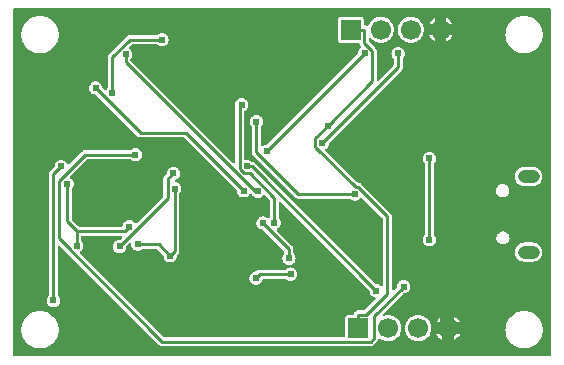
<source format=gbl>
G04 Layer: BottomLayer*
G04 EasyEDA v6.4.31, 2022-03-03 13:31:49*
G04 40e5de87a7664572b24e6dd0e93d503d,d021fe9ff0164b2b908f64b513dd86bf,10*
G04 Gerber Generator version 0.2*
G04 Scale: 100 percent, Rotated: No, Reflected: No *
G04 Dimensions in millimeters *
G04 leading zeros omitted , absolute positions ,4 integer and 5 decimal *
%FSLAX45Y45*%
%MOMM*%

%ADD10C,0.2540*%
%ADD16C,0.6100*%
%ADD32C,1.7000*%
%ADD33C,1.1000*%

%LPD*%
G36*
X736092Y3825900D02*
G01*
X732180Y3826662D01*
X728878Y3828897D01*
X726694Y3832199D01*
X725932Y3836060D01*
X725932Y6763918D01*
X726694Y6767830D01*
X728878Y6771131D01*
X732180Y6773316D01*
X736092Y6774078D01*
X5263946Y6774078D01*
X5267807Y6773316D01*
X5271109Y6771131D01*
X5273294Y6767830D01*
X5274106Y6763918D01*
X5274106Y3836060D01*
X5273294Y3832199D01*
X5271109Y3828897D01*
X5267807Y3826662D01*
X5263946Y3825900D01*
G37*

%LPC*%
G36*
X4243933Y6640169D02*
G01*
X4294530Y6640169D01*
X4294530Y6690715D01*
X4292092Y6689598D01*
X4279950Y6682231D01*
X4268825Y6673392D01*
X4258970Y6663181D01*
X4250486Y6651802D01*
G37*
G36*
X941425Y3891838D02*
G01*
X958596Y3891838D01*
X975614Y3893718D01*
X992378Y3897376D01*
X1008634Y3902862D01*
X1024178Y3910076D01*
X1038910Y3918915D01*
X1052576Y3929278D01*
X1065022Y3941064D01*
X1076096Y3954170D01*
X1085748Y3968343D01*
X1093774Y3983482D01*
X1100124Y3999433D01*
X1104696Y4015943D01*
X1107490Y4032859D01*
X1108405Y4049979D01*
X1107490Y4067149D01*
X1104696Y4084065D01*
X1100124Y4100576D01*
X1093774Y4116527D01*
X1085748Y4131665D01*
X1076096Y4145838D01*
X1065022Y4158945D01*
X1052576Y4170730D01*
X1038910Y4181094D01*
X1024178Y4189933D01*
X1008634Y4197146D01*
X992378Y4202633D01*
X975614Y4206290D01*
X958596Y4208170D01*
X941425Y4208170D01*
X924407Y4206290D01*
X907643Y4202633D01*
X891387Y4197146D01*
X875842Y4189933D01*
X861110Y4181094D01*
X847445Y4170730D01*
X834999Y4158945D01*
X823925Y4145838D01*
X814273Y4131665D01*
X806246Y4116527D01*
X799896Y4100576D01*
X795324Y4084065D01*
X792530Y4067149D01*
X791616Y4049979D01*
X792530Y4032859D01*
X795324Y4015943D01*
X799896Y3999433D01*
X806246Y3983482D01*
X814273Y3968343D01*
X823925Y3954170D01*
X834999Y3941064D01*
X847445Y3929278D01*
X861110Y3918915D01*
X875842Y3910076D01*
X891387Y3902862D01*
X907643Y3897376D01*
X924407Y3893718D01*
G37*
G36*
X1987448Y3912311D02*
G01*
X3750056Y3912311D01*
X3758082Y3913124D01*
X3765296Y3915308D01*
X3771950Y3918864D01*
X3778199Y3923995D01*
X3805428Y3951173D01*
X3810508Y3957421D01*
X3814064Y3964076D01*
X3816096Y3970680D01*
X3817924Y3974185D01*
X3820972Y3976674D01*
X3824732Y3977843D01*
X3828643Y3977487D01*
X3832148Y3975709D01*
X3835450Y3973068D01*
X3847592Y3965701D01*
X3860596Y3959910D01*
X3874211Y3955897D01*
X3888232Y3953611D01*
X3902456Y3953154D01*
X3916578Y3954526D01*
X3930446Y3957675D01*
X3943807Y3962603D01*
X3956405Y3969156D01*
X3968038Y3977284D01*
X3978554Y3986834D01*
X3987749Y3997655D01*
X3995521Y4009593D01*
X4001668Y4022394D01*
X4006138Y4035856D01*
X4008882Y4049826D01*
X4009796Y4064000D01*
X4008882Y4078173D01*
X4006138Y4092143D01*
X4001668Y4105605D01*
X3995521Y4118406D01*
X3987749Y4130344D01*
X3978554Y4141165D01*
X3968038Y4150715D01*
X3956405Y4158843D01*
X3943807Y4165396D01*
X3930446Y4170324D01*
X3916578Y4173474D01*
X3902456Y4174845D01*
X3888232Y4174388D01*
X3874211Y4172102D01*
X3863797Y4169003D01*
X3859326Y4168698D01*
X3855212Y4170324D01*
X3852164Y4173524D01*
X3850792Y4177792D01*
X3851300Y4182160D01*
X3853687Y4185920D01*
X4024833Y4357065D01*
X4027728Y4359046D01*
X4031132Y4359960D01*
X4039158Y4360672D01*
X4048658Y4363212D01*
X4057548Y4367377D01*
X4065574Y4373016D01*
X4072534Y4379976D01*
X4078173Y4388002D01*
X4082338Y4396892D01*
X4084878Y4406392D01*
X4085742Y4416196D01*
X4084878Y4426000D01*
X4082338Y4435500D01*
X4078173Y4444390D01*
X4072534Y4452416D01*
X4065574Y4459376D01*
X4057548Y4465015D01*
X4048658Y4469180D01*
X4039158Y4471720D01*
X4029354Y4472584D01*
X4019550Y4471720D01*
X4010050Y4469180D01*
X4001160Y4465015D01*
X3993134Y4459376D01*
X3986174Y4452416D01*
X3980535Y4444390D01*
X3976370Y4435500D01*
X3973829Y4426000D01*
X3973118Y4417923D01*
X3972204Y4414520D01*
X3970223Y4411624D01*
X3946448Y4387900D01*
X3943146Y4385665D01*
X3939286Y4384903D01*
X3935374Y4385665D01*
X3932072Y4387900D01*
X3929887Y4391152D01*
X3929126Y4395063D01*
X3929126Y5010404D01*
X3928313Y5018430D01*
X3926128Y5025694D01*
X3922572Y5032349D01*
X3917442Y5038598D01*
X3671163Y5284825D01*
X3664965Y5289956D01*
X3658311Y5293512D01*
X3651046Y5295696D01*
X3642918Y5296509D01*
X3639565Y5297424D01*
X3636772Y5299456D01*
X3369208Y5566968D01*
X3366820Y5570677D01*
X3366262Y5575046D01*
X3367582Y5579262D01*
X3370529Y5582513D01*
X3378504Y5588050D01*
X3385464Y5595010D01*
X3391103Y5603087D01*
X3395268Y5611977D01*
X3397808Y5621477D01*
X3398520Y5629503D01*
X3399434Y5632907D01*
X3401415Y5635802D01*
X4009745Y6244082D01*
X4014876Y6250330D01*
X4018432Y6256985D01*
X4020616Y6264249D01*
X4021429Y6272276D01*
X4021429Y6345174D01*
X4022191Y6349085D01*
X4024376Y6352387D01*
X4026001Y6353962D01*
X4031589Y6362039D01*
X4035755Y6370929D01*
X4038295Y6380429D01*
X4039158Y6390182D01*
X4038295Y6399987D01*
X4035755Y6409486D01*
X4031589Y6418376D01*
X4026001Y6426454D01*
X4019042Y6433413D01*
X4010964Y6439001D01*
X4002074Y6443167D01*
X3992575Y6445707D01*
X3982821Y6446570D01*
X3973017Y6445707D01*
X3963517Y6443167D01*
X3954627Y6439001D01*
X3946550Y6433413D01*
X3939590Y6426454D01*
X3934002Y6418376D01*
X3929837Y6409486D01*
X3927297Y6399987D01*
X3926433Y6390182D01*
X3927297Y6380429D01*
X3929837Y6370929D01*
X3934002Y6362039D01*
X3939590Y6353962D01*
X3941216Y6352387D01*
X3943400Y6349085D01*
X3944213Y6345174D01*
X3944213Y6291935D01*
X3943400Y6288074D01*
X3941216Y6284772D01*
X3819245Y6162802D01*
X3815943Y6160617D01*
X3812082Y6159804D01*
X3808171Y6160617D01*
X3804869Y6162802D01*
X3802684Y6166104D01*
X3801922Y6169964D01*
X3801922Y6408877D01*
X3801110Y6416903D01*
X3798925Y6424168D01*
X3795369Y6430822D01*
X3790238Y6437071D01*
X3735933Y6491376D01*
X3733698Y6494678D01*
X3732936Y6498539D01*
X3732936Y6512966D01*
X3733749Y6516878D01*
X3735933Y6520180D01*
X3739286Y6522415D01*
X3743198Y6523126D01*
X3747109Y6522313D01*
X3750411Y6520027D01*
X3760876Y6509207D01*
X3771950Y6500368D01*
X3784092Y6493002D01*
X3797096Y6487210D01*
X3810711Y6483197D01*
X3824732Y6480911D01*
X3838956Y6480454D01*
X3853078Y6481826D01*
X3866946Y6484975D01*
X3880307Y6489903D01*
X3892905Y6496456D01*
X3904538Y6504584D01*
X3915054Y6514134D01*
X3924249Y6524955D01*
X3932021Y6536893D01*
X3938168Y6549694D01*
X3942638Y6563156D01*
X3945382Y6577126D01*
X3946296Y6591300D01*
X3945382Y6605473D01*
X3942638Y6619443D01*
X3938168Y6632905D01*
X3932021Y6645706D01*
X3924249Y6657644D01*
X3915054Y6668465D01*
X3904538Y6678015D01*
X3892905Y6686143D01*
X3880307Y6692696D01*
X3866946Y6697624D01*
X3853078Y6700774D01*
X3838956Y6702145D01*
X3824732Y6701688D01*
X3810711Y6699402D01*
X3797096Y6695338D01*
X3784092Y6689598D01*
X3771950Y6682231D01*
X3760825Y6673392D01*
X3750970Y6663181D01*
X3742486Y6651802D01*
X3735476Y6639407D01*
X3730853Y6627977D01*
X3728465Y6624523D01*
X3724859Y6622288D01*
X3720693Y6621729D01*
X3716629Y6622897D01*
X3709111Y6626910D01*
X3697884Y6630162D01*
X3694937Y6632448D01*
X3693007Y6635597D01*
X3692296Y6639255D01*
X3692296Y6675729D01*
X3691585Y6682028D01*
X3689705Y6687515D01*
X3686606Y6692392D01*
X3682492Y6696506D01*
X3677615Y6699605D01*
X3672128Y6701485D01*
X3665829Y6702196D01*
X3496970Y6702196D01*
X3490671Y6701485D01*
X3485184Y6699605D01*
X3480308Y6696506D01*
X3476193Y6692392D01*
X3473094Y6687515D01*
X3471214Y6682028D01*
X3470503Y6675729D01*
X3470503Y6506870D01*
X3471214Y6500571D01*
X3473094Y6495084D01*
X3476193Y6490208D01*
X3480308Y6486093D01*
X3485184Y6482994D01*
X3490671Y6481114D01*
X3496970Y6480403D01*
X3646373Y6480403D01*
X3650030Y6479692D01*
X3653180Y6477762D01*
X3655415Y6474815D01*
X3658717Y6463588D01*
X3662273Y6456934D01*
X3667607Y6450431D01*
X3669537Y6446774D01*
X3669792Y6442608D01*
X3668420Y6438696D01*
X3665575Y6435699D01*
X3662273Y6433413D01*
X3655314Y6426454D01*
X3649726Y6418376D01*
X3645560Y6409486D01*
X3643020Y6399987D01*
X3642309Y6391960D01*
X3641394Y6388506D01*
X3639362Y6385661D01*
X2873806Y5620105D01*
X2870962Y5618073D01*
X2867507Y5617159D01*
X2859481Y5616448D01*
X2849981Y5613908D01*
X2841091Y5609742D01*
X2837942Y5607558D01*
X2833878Y5605881D01*
X2829458Y5606084D01*
X2825546Y5608116D01*
X2822905Y5611571D01*
X2821940Y5615889D01*
X2821940Y5767019D01*
X2822702Y5770880D01*
X2824937Y5774182D01*
X2826512Y5775756D01*
X2832100Y5783834D01*
X2836265Y5792724D01*
X2838805Y5802223D01*
X2839669Y5811977D01*
X2838805Y5821781D01*
X2836265Y5831281D01*
X2832100Y5840171D01*
X2826512Y5848248D01*
X2819552Y5855208D01*
X2811475Y5860796D01*
X2802585Y5864961D01*
X2793085Y5867501D01*
X2783281Y5868365D01*
X2773527Y5867501D01*
X2764028Y5864961D01*
X2755138Y5860796D01*
X2747060Y5855208D01*
X2740101Y5848248D01*
X2734513Y5840171D01*
X2730347Y5831281D01*
X2727807Y5821781D01*
X2726944Y5811977D01*
X2727807Y5802223D01*
X2730347Y5792724D01*
X2734513Y5783834D01*
X2740101Y5775756D01*
X2741726Y5774131D01*
X2743962Y5770829D01*
X2744724Y5766968D01*
X2744724Y5555538D01*
X2745536Y5547512D01*
X2747721Y5540298D01*
X2751277Y5533644D01*
X2756408Y5527395D01*
X3111398Y5172354D01*
X3117646Y5167274D01*
X3124301Y5163718D01*
X3131515Y5161483D01*
X3139541Y5160721D01*
X3574237Y5160721D01*
X3578148Y5159959D01*
X3581400Y5157724D01*
X3583025Y5156149D01*
X3591051Y5150510D01*
X3599942Y5146344D01*
X3609441Y5143804D01*
X3619246Y5142941D01*
X3629050Y5143804D01*
X3638550Y5146344D01*
X3647440Y5150510D01*
X3655466Y5156149D01*
X3662426Y5163108D01*
X3664254Y5165699D01*
X3667506Y5168696D01*
X3671671Y5170017D01*
X3676040Y5169408D01*
X3679748Y5167071D01*
X3848912Y4997907D01*
X3851097Y4994605D01*
X3851910Y4990744D01*
X3851910Y4430877D01*
X3851097Y4426966D01*
X3848912Y4423664D01*
X3845610Y4421479D01*
X3841750Y4420717D01*
X3837838Y4421479D01*
X3825494Y4430318D01*
X3816604Y4434484D01*
X3807104Y4437024D01*
X3799027Y4437735D01*
X3795623Y4438650D01*
X3792728Y4440631D01*
X2773273Y5460136D01*
X2767025Y5465216D01*
X2760370Y5468823D01*
X2753156Y5471007D01*
X2744622Y5471820D01*
X2741574Y5472633D01*
X2738932Y5474309D01*
X2736799Y5476189D01*
X2728468Y5481980D01*
X2719578Y5486146D01*
X2710078Y5488686D01*
X2700274Y5489549D01*
X2691333Y5488787D01*
X2687218Y5489295D01*
X2683611Y5491429D01*
X2681173Y5494782D01*
X2680309Y5498896D01*
X2680309Y5898134D01*
X2681020Y5901893D01*
X2683103Y5905093D01*
X2694533Y5913120D01*
X2701493Y5920079D01*
X2707132Y5928106D01*
X2711297Y5936996D01*
X2713837Y5946495D01*
X2714701Y5956300D01*
X2713837Y5966104D01*
X2711297Y5975604D01*
X2707132Y5984494D01*
X2701493Y5992520D01*
X2694533Y5999480D01*
X2686507Y6005118D01*
X2677617Y6009284D01*
X2668117Y6011824D01*
X2658313Y6012688D01*
X2648508Y6011824D01*
X2639009Y6009284D01*
X2630119Y6005118D01*
X2622092Y5999480D01*
X2615133Y5992520D01*
X2609494Y5984494D01*
X2605328Y5975604D01*
X2602788Y5966104D01*
X2601925Y5956300D01*
X2603347Y5941872D01*
X2603093Y5939180D01*
X2603093Y5468975D01*
X2602331Y5465114D01*
X2600096Y5461812D01*
X2596845Y5459628D01*
X2592933Y5458815D01*
X2589072Y5459628D01*
X2585770Y5461812D01*
X1718259Y6329324D01*
X1716074Y6332524D01*
X1715312Y6336334D01*
X1715973Y6340144D01*
X1718056Y6343446D01*
X1719783Y6345275D01*
X1725472Y6353454D01*
X1729638Y6362344D01*
X1732178Y6371844D01*
X1733042Y6381648D01*
X1732178Y6391452D01*
X1729638Y6400952D01*
X1725472Y6409842D01*
X1719884Y6417868D01*
X1712925Y6424828D01*
X1706321Y6429451D01*
X1703374Y6432702D01*
X1702054Y6436868D01*
X1702612Y6441236D01*
X1705000Y6444945D01*
X1725777Y6465773D01*
X1729079Y6467957D01*
X1732991Y6468719D01*
X1937664Y6468719D01*
X1941525Y6467957D01*
X1944827Y6465773D01*
X1946402Y6464147D01*
X1954479Y6458559D01*
X1963369Y6454394D01*
X1972868Y6451854D01*
X1982673Y6450990D01*
X1992426Y6451854D01*
X2001926Y6454394D01*
X2010816Y6458559D01*
X2018893Y6464147D01*
X2025853Y6471107D01*
X2031441Y6479184D01*
X2035606Y6488074D01*
X2038146Y6497574D01*
X2039010Y6507327D01*
X2038146Y6517131D01*
X2035606Y6526631D01*
X2031441Y6535521D01*
X2025853Y6543598D01*
X2018893Y6550558D01*
X2010816Y6556146D01*
X2001926Y6560312D01*
X1992426Y6562852D01*
X1982673Y6563715D01*
X1972868Y6562852D01*
X1963369Y6560312D01*
X1954479Y6556146D01*
X1946402Y6550558D01*
X1944827Y6548932D01*
X1941525Y6546748D01*
X1937613Y6545935D01*
X1713280Y6545935D01*
X1705254Y6545173D01*
X1698040Y6542989D01*
X1691335Y6539382D01*
X1685137Y6534302D01*
X1536446Y6385610D01*
X1531315Y6379362D01*
X1527759Y6372707D01*
X1525574Y6365443D01*
X1524762Y6357416D01*
X1524762Y6102197D01*
X1524000Y6098336D01*
X1521764Y6095034D01*
X1520190Y6093409D01*
X1514551Y6085382D01*
X1512824Y6081674D01*
X1510538Y6078575D01*
X1507286Y6076492D01*
X1503476Y6075832D01*
X1499666Y6076645D01*
X1496466Y6078829D01*
X1481429Y6093815D01*
X1479397Y6096711D01*
X1478483Y6100114D01*
X1477772Y6108192D01*
X1475232Y6117691D01*
X1471066Y6126581D01*
X1465478Y6134608D01*
X1458518Y6141567D01*
X1450441Y6147206D01*
X1441551Y6151372D01*
X1432052Y6153912D01*
X1422298Y6154775D01*
X1412494Y6153912D01*
X1402994Y6151372D01*
X1394104Y6147206D01*
X1386027Y6141567D01*
X1379067Y6134608D01*
X1373479Y6126581D01*
X1369314Y6117691D01*
X1366774Y6108192D01*
X1365910Y6098387D01*
X1366774Y6088583D01*
X1369314Y6079083D01*
X1373479Y6070193D01*
X1379067Y6062167D01*
X1386027Y6055207D01*
X1394104Y6049568D01*
X1402994Y6045403D01*
X1412494Y6042863D01*
X1420520Y6042152D01*
X1423924Y6041237D01*
X1426819Y6039256D01*
X1774240Y5691835D01*
X1780438Y5686704D01*
X1787143Y5683148D01*
X1794357Y5680964D01*
X1802384Y5680151D01*
X2163216Y5680151D01*
X2167077Y5679389D01*
X2170379Y5677204D01*
X2615539Y5232044D01*
X2617571Y5229148D01*
X2618486Y5225745D01*
X2619197Y5217718D01*
X2621737Y5208219D01*
X2625902Y5199329D01*
X2631490Y5191252D01*
X2638450Y5184292D01*
X2646527Y5178704D01*
X2655417Y5174538D01*
X2664917Y5171998D01*
X2674721Y5171135D01*
X2684475Y5171998D01*
X2693974Y5174538D01*
X2702864Y5178704D01*
X2710942Y5184292D01*
X2717901Y5191252D01*
X2722981Y5198516D01*
X2726232Y5201513D01*
X2730398Y5202834D01*
X2734767Y5202275D01*
X2738475Y5199888D01*
X2742641Y5195722D01*
X2748076Y5191252D01*
X2751886Y5186426D01*
X2758846Y5179466D01*
X2766923Y5173878D01*
X2775813Y5169712D01*
X2785313Y5167172D01*
X2795066Y5166309D01*
X2804871Y5167172D01*
X2814370Y5169712D01*
X2823260Y5173878D01*
X2831338Y5179466D01*
X2838297Y5186426D01*
X2840177Y5189118D01*
X2843428Y5192115D01*
X2847594Y5193436D01*
X2851962Y5192877D01*
X2855671Y5190490D01*
X2891688Y5154472D01*
X2893923Y5151170D01*
X2894685Y5147259D01*
X2894685Y5002276D01*
X2893923Y4998364D01*
X2891383Y4994757D01*
X2888081Y4992522D01*
X2884220Y4991760D01*
X2880309Y4992522D01*
X2877007Y4994757D01*
X2873451Y4998313D01*
X2865374Y5003952D01*
X2856484Y5008118D01*
X2846984Y5010658D01*
X2837230Y5011521D01*
X2827426Y5010658D01*
X2817926Y5008118D01*
X2809036Y5003952D01*
X2800959Y4998313D01*
X2794000Y4991354D01*
X2788412Y4983327D01*
X2784246Y4974437D01*
X2781706Y4964938D01*
X2780842Y4955133D01*
X2781706Y4945329D01*
X2784246Y4935829D01*
X2788412Y4926939D01*
X2794000Y4918913D01*
X2800959Y4911953D01*
X2809036Y4906314D01*
X2817926Y4902149D01*
X2827426Y4899609D01*
X2835452Y4898898D01*
X2838856Y4897983D01*
X2841752Y4896002D01*
X3016656Y4721098D01*
X3018840Y4717796D01*
X3019653Y4713884D01*
X3019653Y4700676D01*
X3018840Y4696764D01*
X3016656Y4693462D01*
X3015030Y4691888D01*
X3009442Y4683810D01*
X3005277Y4674920D01*
X3002737Y4665421D01*
X3001873Y4655616D01*
X3002737Y4645863D01*
X3005277Y4636363D01*
X3009442Y4627473D01*
X3015030Y4619396D01*
X3021990Y4612436D01*
X3030067Y4606848D01*
X3038957Y4602683D01*
X3048457Y4600143D01*
X3058261Y4599279D01*
X3068015Y4600143D01*
X3077514Y4602683D01*
X3086404Y4606848D01*
X3094482Y4612436D01*
X3101441Y4619396D01*
X3107029Y4627473D01*
X3111195Y4636363D01*
X3113735Y4645863D01*
X3114598Y4655616D01*
X3113735Y4665421D01*
X3111195Y4674920D01*
X3107029Y4683810D01*
X3101441Y4691888D01*
X3099816Y4693462D01*
X3097631Y4696764D01*
X3096869Y4700676D01*
X3096869Y4733594D01*
X3096056Y4741621D01*
X3093872Y4748834D01*
X3090316Y4755489D01*
X3085185Y4761738D01*
X2956052Y4890871D01*
X2953918Y4894072D01*
X2953105Y4897882D01*
X2953766Y4901692D01*
X2955848Y4904994D01*
X2958947Y4907229D01*
X2961487Y4908448D01*
X2969514Y4914036D01*
X2976473Y4920996D01*
X2982112Y4929073D01*
X2986278Y4937963D01*
X2988818Y4947462D01*
X2989681Y4957216D01*
X2988818Y4967020D01*
X2986278Y4976520D01*
X2982112Y4985410D01*
X2976473Y4993487D01*
X2974898Y4995062D01*
X2972663Y4998364D01*
X2971901Y5002276D01*
X2971901Y5127752D01*
X2972663Y5131663D01*
X2974898Y5134965D01*
X2978200Y5137150D01*
X2982061Y5137912D01*
X2985973Y5137150D01*
X2989224Y5134965D01*
X3738168Y4386072D01*
X3740150Y4383176D01*
X3741064Y4379772D01*
X3741775Y4371695D01*
X3744315Y4362196D01*
X3748481Y4353306D01*
X3754120Y4345279D01*
X3761079Y4338320D01*
X3769106Y4332681D01*
X3777996Y4328515D01*
X3784193Y4326890D01*
X3787952Y4324959D01*
X3790594Y4321657D01*
X3791712Y4317593D01*
X3791051Y4313428D01*
X3788765Y4309872D01*
X3697376Y4218482D01*
X3694074Y4216298D01*
X3690162Y4215536D01*
X3645408Y4215536D01*
X3637381Y4214723D01*
X3630168Y4212539D01*
X3623462Y4208983D01*
X3617620Y4204208D01*
X3612845Y4198315D01*
X3609289Y4191660D01*
X3605987Y4180484D01*
X3603751Y4177537D01*
X3600602Y4175607D01*
X3596944Y4174896D01*
X3560470Y4174896D01*
X3554171Y4174185D01*
X3548684Y4172305D01*
X3543808Y4169206D01*
X3539693Y4165092D01*
X3536594Y4160215D01*
X3534714Y4154728D01*
X3534003Y4148429D01*
X3534003Y3999687D01*
X3533241Y3995826D01*
X3531006Y3992524D01*
X3527704Y3990340D01*
X3523843Y3989527D01*
X2007158Y3989527D01*
X2003247Y3990340D01*
X1999945Y3992524D01*
X1291132Y4701336D01*
X1288796Y4705045D01*
X1288186Y4709414D01*
X1289507Y4713579D01*
X1292504Y4716830D01*
X1297686Y4720437D01*
X1304645Y4727397D01*
X1310233Y4735474D01*
X1314399Y4744364D01*
X1316939Y4753864D01*
X1317802Y4763617D01*
X1316939Y4773422D01*
X1314399Y4782921D01*
X1310233Y4791811D01*
X1304645Y4799888D01*
X1303020Y4801463D01*
X1300835Y4804765D01*
X1300073Y4808677D01*
X1300073Y4837125D01*
X1300835Y4840986D01*
X1303020Y4844288D01*
X1306322Y4846523D01*
X1310233Y4847285D01*
X1636776Y4847285D01*
X1640687Y4846523D01*
X1643989Y4844288D01*
X1646174Y4840986D01*
X1646936Y4837125D01*
X1646174Y4833213D01*
X1643989Y4829911D01*
X1628698Y4814620D01*
X1625803Y4812639D01*
X1622399Y4811725D01*
X1614322Y4811014D01*
X1604822Y4808474D01*
X1595932Y4804308D01*
X1587906Y4798669D01*
X1580946Y4791710D01*
X1575308Y4783683D01*
X1571142Y4774793D01*
X1568602Y4765294D01*
X1567738Y4755489D01*
X1568602Y4745685D01*
X1571142Y4736185D01*
X1575308Y4727295D01*
X1580946Y4719269D01*
X1587906Y4712309D01*
X1595932Y4706670D01*
X1604822Y4702505D01*
X1614322Y4699965D01*
X1624126Y4699101D01*
X1633931Y4699965D01*
X1643430Y4702505D01*
X1652320Y4706670D01*
X1660347Y4712309D01*
X1667306Y4719269D01*
X1672945Y4727295D01*
X1677111Y4736185D01*
X1679651Y4745685D01*
X1680362Y4753711D01*
X1681276Y4757115D01*
X1683257Y4760010D01*
X1704339Y4781092D01*
X1707540Y4783277D01*
X1711248Y4784090D01*
X1715007Y4783480D01*
X1718310Y4781499D01*
X1720646Y4778502D01*
X1721662Y4774793D01*
X1722475Y4765395D01*
X1725015Y4755896D01*
X1729181Y4747006D01*
X1734820Y4738979D01*
X1741779Y4732020D01*
X1749806Y4726381D01*
X1758696Y4722215D01*
X1768195Y4719675D01*
X1778000Y4718812D01*
X1787804Y4719675D01*
X1797304Y4722215D01*
X1806193Y4726381D01*
X1814220Y4732020D01*
X1815846Y4733594D01*
X1819148Y4735830D01*
X1823008Y4736592D01*
X1934108Y4736592D01*
X1937969Y4735830D01*
X1941271Y4733594D01*
X1993544Y4681321D01*
X1995576Y4678426D01*
X1996490Y4675022D01*
X1997202Y4666996D01*
X1999742Y4657496D01*
X2003907Y4648606D01*
X2009495Y4640580D01*
X2016455Y4633620D01*
X2024532Y4627981D01*
X2033422Y4623816D01*
X2042922Y4621276D01*
X2052675Y4620412D01*
X2062480Y4621276D01*
X2071979Y4623816D01*
X2080869Y4627981D01*
X2088946Y4633620D01*
X2095906Y4640580D01*
X2101494Y4648606D01*
X2105660Y4657496D01*
X2108200Y4666996D01*
X2108911Y4675022D01*
X2109825Y4678426D01*
X2111857Y4681321D01*
X2118156Y4687620D01*
X2123236Y4693869D01*
X2126792Y4700524D01*
X2129028Y4707737D01*
X2129790Y4715764D01*
X2129790Y5200751D01*
X2130552Y5204663D01*
X2132787Y5207965D01*
X2134362Y5209540D01*
X2140000Y5217617D01*
X2144166Y5226507D01*
X2146706Y5236006D01*
X2147570Y5245760D01*
X2146706Y5255564D01*
X2144166Y5265064D01*
X2140000Y5273954D01*
X2134362Y5282031D01*
X2127402Y5288991D01*
X2119376Y5294579D01*
X2110486Y5298744D01*
X2099157Y5301792D01*
X2095601Y5303723D01*
X2093061Y5306923D01*
X2091994Y5310835D01*
X2092553Y5314848D01*
X2094585Y5318302D01*
X2097836Y5320741D01*
X2107539Y5325262D01*
X2115616Y5330901D01*
X2122576Y5337860D01*
X2128164Y5345887D01*
X2132330Y5354777D01*
X2134870Y5364276D01*
X2135733Y5374081D01*
X2134870Y5383885D01*
X2132330Y5393385D01*
X2128164Y5402275D01*
X2122576Y5410301D01*
X2115616Y5417261D01*
X2107539Y5422900D01*
X2098649Y5427065D01*
X2089150Y5429605D01*
X2079396Y5430469D01*
X2069592Y5429605D01*
X2060092Y5427065D01*
X2051202Y5422900D01*
X2043125Y5417261D01*
X2036165Y5410301D01*
X2030577Y5402275D01*
X2026412Y5393385D01*
X2023872Y5383885D01*
X2023160Y5375808D01*
X2022246Y5372404D01*
X2020214Y5369509D01*
X2005685Y5354980D01*
X2000554Y5348732D01*
X1996998Y5342077D01*
X1994814Y5334812D01*
X1994001Y5326786D01*
X1994001Y5184140D01*
X1993239Y5180279D01*
X1991004Y5176977D01*
X1767890Y4953863D01*
X1764182Y4951476D01*
X1759813Y4950917D01*
X1755648Y4952238D01*
X1752396Y4955184D01*
X1749704Y4959096D01*
X1742744Y4966055D01*
X1734667Y4971643D01*
X1725777Y4975809D01*
X1716278Y4978349D01*
X1706524Y4979212D01*
X1696720Y4978349D01*
X1687220Y4975809D01*
X1678330Y4971643D01*
X1670253Y4966055D01*
X1663293Y4959096D01*
X1657705Y4951018D01*
X1653539Y4942128D01*
X1650796Y4932019D01*
X1648764Y4928108D01*
X1645310Y4925466D01*
X1640992Y4924501D01*
X1281633Y4924501D01*
X1277772Y4925263D01*
X1274470Y4927447D01*
X1220571Y4981397D01*
X1218336Y4984648D01*
X1217574Y4988560D01*
X1217574Y5241594D01*
X1218336Y5245455D01*
X1220571Y5248757D01*
X1222146Y5250383D01*
X1227785Y5258409D01*
X1231950Y5267299D01*
X1234490Y5276799D01*
X1235354Y5286603D01*
X1234490Y5296408D01*
X1231950Y5305907D01*
X1227785Y5314797D01*
X1222146Y5322824D01*
X1215186Y5329783D01*
X1207008Y5335524D01*
X1204061Y5338775D01*
X1202740Y5342940D01*
X1203299Y5347309D01*
X1205687Y5351018D01*
X1345844Y5491226D01*
X1349146Y5493410D01*
X1353058Y5494172D01*
X1713484Y5494172D01*
X1717395Y5493410D01*
X1720646Y5491226D01*
X1722272Y5489600D01*
X1730298Y5484012D01*
X1739188Y5479846D01*
X1748688Y5477306D01*
X1758492Y5476443D01*
X1768297Y5477306D01*
X1777796Y5479846D01*
X1786686Y5484012D01*
X1794713Y5489600D01*
X1801672Y5496560D01*
X1807311Y5504637D01*
X1811477Y5513527D01*
X1814017Y5523026D01*
X1814880Y5532780D01*
X1814017Y5542584D01*
X1811477Y5552084D01*
X1807311Y5560974D01*
X1801672Y5569051D01*
X1794713Y5576011D01*
X1786686Y5581599D01*
X1777796Y5585764D01*
X1768297Y5588304D01*
X1758492Y5589168D01*
X1748688Y5588304D01*
X1739188Y5585764D01*
X1730298Y5581599D01*
X1722272Y5576011D01*
X1720646Y5574385D01*
X1717344Y5572201D01*
X1713484Y5571388D01*
X1333347Y5571388D01*
X1325321Y5570626D01*
X1318107Y5568442D01*
X1311402Y5564835D01*
X1305204Y5559755D01*
X1197762Y5452313D01*
X1194562Y5450179D01*
X1190752Y5449366D01*
X1186942Y5450027D01*
X1183640Y5452059D01*
X1181354Y5455208D01*
X1178661Y5461000D01*
X1173073Y5469026D01*
X1166114Y5475986D01*
X1158036Y5481624D01*
X1149146Y5485790D01*
X1139647Y5488330D01*
X1129893Y5489194D01*
X1120089Y5488330D01*
X1110589Y5485790D01*
X1101699Y5481624D01*
X1093622Y5475986D01*
X1086662Y5469026D01*
X1081074Y5461000D01*
X1076909Y5452110D01*
X1074369Y5442610D01*
X1073658Y5434533D01*
X1072743Y5431129D01*
X1070711Y5428234D01*
X1038098Y5395620D01*
X1032967Y5389372D01*
X1029411Y5382717D01*
X1027226Y5375452D01*
X1026414Y5367426D01*
X1026414Y4343552D01*
X1025652Y4339691D01*
X1023416Y4336389D01*
X1021842Y4334764D01*
X1016203Y4326737D01*
X1012037Y4317847D01*
X1009497Y4308348D01*
X1008634Y4298543D01*
X1009497Y4288739D01*
X1012037Y4279239D01*
X1016203Y4270349D01*
X1021842Y4262323D01*
X1028801Y4255363D01*
X1036828Y4249724D01*
X1045718Y4245559D01*
X1055217Y4243019D01*
X1065022Y4242155D01*
X1074826Y4243019D01*
X1084326Y4245559D01*
X1093216Y4249724D01*
X1101242Y4255363D01*
X1108202Y4262323D01*
X1113840Y4270349D01*
X1118006Y4279239D01*
X1120546Y4288739D01*
X1121410Y4298543D01*
X1120546Y4308348D01*
X1118006Y4317847D01*
X1113840Y4326737D01*
X1108202Y4334764D01*
X1106627Y4336389D01*
X1104392Y4339691D01*
X1103630Y4343552D01*
X1103630Y4755134D01*
X1104392Y4758994D01*
X1106627Y4762296D01*
X1109929Y4764481D01*
X1113790Y4765294D01*
X1117701Y4764481D01*
X1120952Y4762296D01*
X1959305Y3923995D01*
X1965502Y3918864D01*
X1972208Y3915308D01*
X1979422Y3913124D01*
G37*
G36*
X4156456Y3953154D02*
G01*
X4170578Y3954526D01*
X4184446Y3957675D01*
X4197807Y3962603D01*
X4210405Y3969156D01*
X4222038Y3977284D01*
X4232554Y3986834D01*
X4241749Y3997655D01*
X4249521Y4009593D01*
X4255668Y4022394D01*
X4260138Y4035856D01*
X4262882Y4049826D01*
X4263796Y4064000D01*
X4262882Y4078173D01*
X4260138Y4092143D01*
X4255668Y4105605D01*
X4249521Y4118406D01*
X4241749Y4130344D01*
X4232554Y4141165D01*
X4222038Y4150715D01*
X4210405Y4158843D01*
X4197807Y4165396D01*
X4184446Y4170324D01*
X4170578Y4173474D01*
X4156456Y4174845D01*
X4142232Y4174388D01*
X4128211Y4172102D01*
X4114596Y4168038D01*
X4101592Y4162298D01*
X4089450Y4154932D01*
X4078325Y4146092D01*
X4068470Y4135882D01*
X4059986Y4124502D01*
X4052976Y4112107D01*
X4047642Y4098950D01*
X4044035Y4085183D01*
X4042257Y4071112D01*
X4042257Y4056887D01*
X4044035Y4042816D01*
X4047642Y4029049D01*
X4052976Y4015892D01*
X4059986Y4003497D01*
X4068470Y3992118D01*
X4078325Y3981907D01*
X4089450Y3973068D01*
X4101592Y3965701D01*
X4114596Y3959910D01*
X4128211Y3955897D01*
X4142232Y3953611D01*
G37*
G36*
X4392269Y6640169D02*
G01*
X4442714Y6640169D01*
X4440021Y6645706D01*
X4432249Y6657644D01*
X4423054Y6668465D01*
X4412538Y6678015D01*
X4400905Y6686143D01*
X4392269Y6690614D01*
G37*
G36*
X4358030Y3964584D02*
G01*
X4358030Y4015130D01*
X4307433Y4015130D01*
X4313986Y4003497D01*
X4322470Y3992118D01*
X4332325Y3981907D01*
X4343450Y3973068D01*
X4355592Y3965701D01*
G37*
G36*
X4455769Y3964686D02*
G01*
X4464405Y3969156D01*
X4476038Y3977284D01*
X4486554Y3986834D01*
X4495749Y3997655D01*
X4503521Y4009593D01*
X4506214Y4015130D01*
X4455769Y4015130D01*
G37*
G36*
X4392269Y6491986D02*
G01*
X4400905Y6496456D01*
X4412538Y6504584D01*
X4423054Y6514134D01*
X4432249Y6524955D01*
X4440021Y6536893D01*
X4442714Y6542430D01*
X4392269Y6542430D01*
G37*
G36*
X4455769Y4112869D02*
G01*
X4506214Y4112869D01*
X4503521Y4118406D01*
X4495749Y4130344D01*
X4486554Y4141165D01*
X4476038Y4150715D01*
X4464405Y4158843D01*
X4455769Y4163314D01*
G37*
G36*
X4307433Y4112869D02*
G01*
X4358030Y4112869D01*
X4358030Y4163415D01*
X4355592Y4162298D01*
X4343450Y4154932D01*
X4332325Y4146092D01*
X4322470Y4135882D01*
X4313986Y4124502D01*
G37*
G36*
X4294530Y6491884D02*
G01*
X4294530Y6542430D01*
X4243933Y6542430D01*
X4250486Y6530797D01*
X4258970Y6519418D01*
X4268825Y6509207D01*
X4279950Y6500368D01*
X4292092Y6493002D01*
G37*
G36*
X4092956Y6480454D02*
G01*
X4107078Y6481826D01*
X4120946Y6484975D01*
X4134307Y6489903D01*
X4146905Y6496456D01*
X4158538Y6504584D01*
X4169054Y6514134D01*
X4178249Y6524955D01*
X4186021Y6536893D01*
X4192168Y6549694D01*
X4196638Y6563156D01*
X4199382Y6577126D01*
X4200296Y6591300D01*
X4199382Y6605473D01*
X4196638Y6619443D01*
X4192168Y6632905D01*
X4186021Y6645706D01*
X4178249Y6657644D01*
X4169054Y6668465D01*
X4158538Y6678015D01*
X4146905Y6686143D01*
X4134307Y6692696D01*
X4120946Y6697624D01*
X4107078Y6700774D01*
X4092956Y6702145D01*
X4078732Y6701688D01*
X4064711Y6699402D01*
X4051096Y6695338D01*
X4038092Y6689598D01*
X4025950Y6682231D01*
X4014825Y6673392D01*
X4004970Y6663181D01*
X3996486Y6651802D01*
X3989476Y6639407D01*
X3984142Y6626250D01*
X3980535Y6612483D01*
X3978757Y6598412D01*
X3978757Y6584188D01*
X3980535Y6570116D01*
X3984142Y6556349D01*
X3989476Y6543192D01*
X3996486Y6530797D01*
X4004970Y6519418D01*
X4014825Y6509207D01*
X4025950Y6500368D01*
X4038092Y6493002D01*
X4051096Y6487210D01*
X4064711Y6483197D01*
X4078732Y6480911D01*
G37*
G36*
X941425Y6391859D02*
G01*
X958596Y6391859D01*
X975614Y6393688D01*
X992378Y6397396D01*
X1008634Y6402832D01*
X1024178Y6410045D01*
X1038910Y6418884D01*
X1052576Y6429298D01*
X1065022Y6441084D01*
X1076096Y6454140D01*
X1085748Y6468364D01*
X1093774Y6483502D01*
X1100124Y6499402D01*
X1104696Y6515963D01*
X1107490Y6532880D01*
X1108405Y6549999D01*
X1107490Y6567119D01*
X1104696Y6584035D01*
X1100124Y6600596D01*
X1093774Y6616496D01*
X1085748Y6631635D01*
X1076096Y6645859D01*
X1065022Y6658914D01*
X1052576Y6670700D01*
X1038910Y6681114D01*
X1024178Y6689953D01*
X1008634Y6697167D01*
X992378Y6702602D01*
X975614Y6706311D01*
X958596Y6708140D01*
X941425Y6708140D01*
X924407Y6706311D01*
X907643Y6702602D01*
X891387Y6697167D01*
X875842Y6689953D01*
X861110Y6681114D01*
X847445Y6670700D01*
X834999Y6658914D01*
X823925Y6645859D01*
X814273Y6631635D01*
X806246Y6616496D01*
X799896Y6600596D01*
X795324Y6584035D01*
X792530Y6567119D01*
X791616Y6549999D01*
X792530Y6532880D01*
X795324Y6515963D01*
X799896Y6499402D01*
X806246Y6483502D01*
X814273Y6468364D01*
X823925Y6454140D01*
X834999Y6441084D01*
X847445Y6429298D01*
X861110Y6418884D01*
X875842Y6410045D01*
X891387Y6402832D01*
X907643Y6397396D01*
X924407Y6393688D01*
G37*
G36*
X5041442Y6391859D02*
G01*
X5058562Y6391859D01*
X5075631Y6393688D01*
X5092395Y6397396D01*
X5108651Y6402832D01*
X5124196Y6410045D01*
X5138877Y6418884D01*
X5152542Y6429298D01*
X5164988Y6441084D01*
X5176113Y6454140D01*
X5185714Y6468364D01*
X5193741Y6483502D01*
X5200091Y6499402D01*
X5204714Y6515963D01*
X5207457Y6532880D01*
X5208371Y6549999D01*
X5207457Y6567119D01*
X5204714Y6584035D01*
X5200091Y6600596D01*
X5193741Y6616496D01*
X5185714Y6631635D01*
X5176113Y6645859D01*
X5164988Y6658914D01*
X5152542Y6670700D01*
X5138877Y6681114D01*
X5124196Y6689953D01*
X5108651Y6697167D01*
X5092395Y6702602D01*
X5075631Y6706311D01*
X5058562Y6708140D01*
X5041442Y6708140D01*
X5024374Y6706311D01*
X5007610Y6702602D01*
X4991354Y6697167D01*
X4975809Y6689953D01*
X4961128Y6681114D01*
X4947462Y6670700D01*
X4935016Y6658914D01*
X4923891Y6645859D01*
X4914290Y6631635D01*
X4906264Y6616496D01*
X4899914Y6600596D01*
X4895291Y6584035D01*
X4892548Y6567119D01*
X4891633Y6549999D01*
X4892548Y6532880D01*
X4895291Y6515963D01*
X4899914Y6499402D01*
X4906264Y6483502D01*
X4914290Y6468364D01*
X4923891Y6454140D01*
X4935016Y6441084D01*
X4947462Y6429298D01*
X4961128Y6418884D01*
X4975809Y6410045D01*
X4991354Y6402832D01*
X5007610Y6397396D01*
X5024374Y6393688D01*
G37*
G36*
X2779522Y4432706D02*
G01*
X2789275Y4433570D01*
X2798775Y4436110D01*
X2807665Y4440275D01*
X2815742Y4445914D01*
X2822702Y4452874D01*
X2828290Y4460900D01*
X2832455Y4469790D01*
X2833979Y4475429D01*
X2836011Y4479340D01*
X2839516Y4482033D01*
X2843784Y4482947D01*
X3027781Y4482947D01*
X3031693Y4482185D01*
X3034944Y4480001D01*
X3036570Y4478375D01*
X3044596Y4472787D01*
X3053486Y4468622D01*
X3062986Y4466082D01*
X3072790Y4465218D01*
X3082594Y4466082D01*
X3092094Y4468622D01*
X3100984Y4472787D01*
X3109010Y4478375D01*
X3115970Y4485335D01*
X3121609Y4493412D01*
X3125774Y4502302D01*
X3128314Y4511802D01*
X3129178Y4521555D01*
X3128314Y4531360D01*
X3125774Y4540859D01*
X3121609Y4549749D01*
X3115970Y4557826D01*
X3109010Y4564786D01*
X3100984Y4570374D01*
X3092094Y4574540D01*
X3082594Y4577080D01*
X3072790Y4577943D01*
X3062986Y4577080D01*
X3053486Y4574540D01*
X3044596Y4570374D01*
X3036570Y4564786D01*
X3034944Y4563160D01*
X3031642Y4560976D01*
X3027781Y4560163D01*
X2812491Y4560163D01*
X2804464Y4559401D01*
X2797251Y4557217D01*
X2790596Y4553661D01*
X2783382Y4547616D01*
X2780741Y4546041D01*
X2777744Y4545330D01*
X2769717Y4544618D01*
X2760218Y4542078D01*
X2751328Y4537913D01*
X2743250Y4532274D01*
X2736291Y4525314D01*
X2730703Y4517288D01*
X2726537Y4508398D01*
X2723997Y4498898D01*
X2723134Y4489094D01*
X2723997Y4479290D01*
X2726537Y4469790D01*
X2730703Y4460900D01*
X2736291Y4452874D01*
X2743250Y4445914D01*
X2751328Y4440275D01*
X2760218Y4436110D01*
X2769717Y4433570D01*
G37*
G36*
X5052872Y5268315D02*
G01*
X5122164Y5268315D01*
X5134000Y5269128D01*
X5145278Y5271617D01*
X5156098Y5275630D01*
X5166207Y5281168D01*
X5175453Y5288076D01*
X5183632Y5296255D01*
X5190540Y5305450D01*
X5196078Y5315610D01*
X5200091Y5326430D01*
X5202580Y5337708D01*
X5203393Y5349189D01*
X5202580Y5360720D01*
X5200091Y5371998D01*
X5196078Y5382818D01*
X5190540Y5392928D01*
X5183632Y5402173D01*
X5175453Y5410352D01*
X5166207Y5417261D01*
X5156098Y5422798D01*
X5145278Y5426811D01*
X5134000Y5429250D01*
X5122164Y5430113D01*
X5052872Y5430113D01*
X5040985Y5429250D01*
X5029708Y5426811D01*
X5018887Y5422798D01*
X5008778Y5417261D01*
X4999532Y5410352D01*
X4991354Y5402173D01*
X4984445Y5392928D01*
X4978908Y5382818D01*
X4974894Y5371998D01*
X4972456Y5360720D01*
X4971643Y5349189D01*
X4972456Y5337708D01*
X4974894Y5326430D01*
X4978908Y5315610D01*
X4984445Y5305450D01*
X4991354Y5296255D01*
X4999532Y5288076D01*
X5008778Y5281168D01*
X5018887Y5275630D01*
X5029708Y5271617D01*
X5040985Y5269128D01*
G37*
G36*
X4867503Y5173319D02*
G01*
X4877206Y5174183D01*
X4886604Y5176723D01*
X4895443Y5180838D01*
X4903419Y5186426D01*
X4910277Y5193284D01*
X4915865Y5201259D01*
X4919980Y5210098D01*
X4922520Y5219496D01*
X4923383Y5229199D01*
X4922520Y5238902D01*
X4919980Y5248300D01*
X4915865Y5257139D01*
X4910277Y5265115D01*
X4903419Y5271973D01*
X4895443Y5277561D01*
X4886604Y5281676D01*
X4877206Y5284216D01*
X4867503Y5285079D01*
X4857800Y5284216D01*
X4848402Y5281676D01*
X4839563Y5277561D01*
X4831588Y5271973D01*
X4824730Y5265115D01*
X4819142Y5257139D01*
X4815027Y5248300D01*
X4812487Y5238902D01*
X4811623Y5229199D01*
X4812487Y5219496D01*
X4815027Y5210098D01*
X4819142Y5201259D01*
X4824730Y5193284D01*
X4831588Y5186426D01*
X4839563Y5180838D01*
X4848402Y5176723D01*
X4857800Y5174183D01*
G37*
G36*
X5041442Y3891838D02*
G01*
X5058562Y3891838D01*
X5075631Y3893718D01*
X5092395Y3897376D01*
X5108651Y3902862D01*
X5124196Y3910076D01*
X5138877Y3918915D01*
X5152542Y3929278D01*
X5164988Y3941064D01*
X5176113Y3954170D01*
X5185714Y3968343D01*
X5193741Y3983482D01*
X5200091Y3999433D01*
X5204714Y4015943D01*
X5207457Y4032859D01*
X5208371Y4049979D01*
X5207457Y4067149D01*
X5204714Y4084065D01*
X5200091Y4100576D01*
X5193741Y4116527D01*
X5185714Y4131665D01*
X5176113Y4145838D01*
X5164988Y4158945D01*
X5152542Y4170730D01*
X5138877Y4181094D01*
X5124196Y4189933D01*
X5108651Y4197146D01*
X5092395Y4202633D01*
X5075631Y4206290D01*
X5058562Y4208170D01*
X5041442Y4208170D01*
X5024374Y4206290D01*
X5007610Y4202633D01*
X4991354Y4197146D01*
X4975809Y4189933D01*
X4961128Y4181094D01*
X4947462Y4170730D01*
X4935016Y4158945D01*
X4923891Y4145838D01*
X4914290Y4131665D01*
X4906264Y4116527D01*
X4899914Y4100576D01*
X4895291Y4084065D01*
X4892548Y4067149D01*
X4891633Y4049979D01*
X4892548Y4032859D01*
X4895291Y4015943D01*
X4899914Y3999433D01*
X4906264Y3983482D01*
X4914290Y3968343D01*
X4923891Y3954170D01*
X4935016Y3941064D01*
X4947462Y3929278D01*
X4961128Y3918915D01*
X4975809Y3910076D01*
X4991354Y3902862D01*
X5007610Y3897376D01*
X5024374Y3893718D01*
G37*
G36*
X5052872Y4628286D02*
G01*
X5122113Y4628286D01*
X5134000Y4629150D01*
X5145278Y4631588D01*
X5156098Y4635652D01*
X5166207Y4641138D01*
X5175453Y4648098D01*
X5183632Y4656226D01*
X5190540Y4665472D01*
X5196078Y4675581D01*
X5200091Y4686401D01*
X5202580Y4697679D01*
X5203393Y4709210D01*
X5202580Y4720691D01*
X5200091Y4731969D01*
X5196078Y4742789D01*
X5190540Y4752949D01*
X5183632Y4762144D01*
X5175453Y4770323D01*
X5166207Y4777232D01*
X5156098Y4782769D01*
X5145278Y4786833D01*
X5134000Y4789271D01*
X5122113Y4790135D01*
X5052872Y4790135D01*
X5040985Y4789271D01*
X5029708Y4786833D01*
X5018887Y4782769D01*
X5008778Y4777232D01*
X4999532Y4770323D01*
X4991354Y4762144D01*
X4984445Y4752949D01*
X4978908Y4742789D01*
X4974894Y4731969D01*
X4972456Y4720691D01*
X4971643Y4709210D01*
X4972456Y4697679D01*
X4974894Y4686401D01*
X4978908Y4675581D01*
X4984445Y4665472D01*
X4991354Y4656226D01*
X4999532Y4648098D01*
X5008778Y4641138D01*
X5018887Y4635652D01*
X5029708Y4631588D01*
X5040985Y4629150D01*
G37*
G36*
X4870500Y4773320D02*
G01*
X4880203Y4774184D01*
X4889601Y4776724D01*
X4898440Y4780838D01*
X4906416Y4786426D01*
X4913274Y4793284D01*
X4918862Y4801260D01*
X4922977Y4810099D01*
X4925517Y4819497D01*
X4926380Y4829200D01*
X4925517Y4838903D01*
X4922977Y4848301D01*
X4918862Y4857140D01*
X4913274Y4865116D01*
X4906416Y4871974D01*
X4898440Y4877562D01*
X4889601Y4881676D01*
X4880203Y4884216D01*
X4870500Y4885080D01*
X4860798Y4884216D01*
X4851400Y4881676D01*
X4842560Y4877562D01*
X4834585Y4871974D01*
X4827727Y4865116D01*
X4822139Y4857140D01*
X4818024Y4848301D01*
X4815484Y4838903D01*
X4814620Y4829200D01*
X4815484Y4819497D01*
X4818024Y4810099D01*
X4822139Y4801260D01*
X4827727Y4793284D01*
X4834585Y4786426D01*
X4842560Y4780838D01*
X4851400Y4776724D01*
X4860798Y4774184D01*
G37*
G36*
X4246727Y4756404D02*
G01*
X4256532Y4757267D01*
X4266031Y4759807D01*
X4274921Y4763973D01*
X4282948Y4769561D01*
X4289907Y4776520D01*
X4295546Y4784598D01*
X4299712Y4793488D01*
X4302252Y4802987D01*
X4303115Y4812741D01*
X4302252Y4822545D01*
X4299712Y4832045D01*
X4295546Y4840935D01*
X4289907Y4849012D01*
X4288332Y4850587D01*
X4286097Y4853889D01*
X4285335Y4857800D01*
X4285335Y5456580D01*
X4286097Y5460492D01*
X4288332Y5463794D01*
X4289907Y5465368D01*
X4295546Y5473446D01*
X4299712Y5482336D01*
X4302252Y5491835D01*
X4303115Y5501589D01*
X4302252Y5511393D01*
X4299712Y5520893D01*
X4295546Y5529783D01*
X4289907Y5537860D01*
X4282948Y5544820D01*
X4274921Y5550408D01*
X4266031Y5554573D01*
X4256532Y5557113D01*
X4246727Y5557977D01*
X4236923Y5557113D01*
X4227423Y5554573D01*
X4218533Y5550408D01*
X4210507Y5544820D01*
X4203547Y5537860D01*
X4197908Y5529783D01*
X4193743Y5520893D01*
X4191203Y5511393D01*
X4190339Y5501589D01*
X4191203Y5491835D01*
X4193743Y5482336D01*
X4197908Y5473446D01*
X4203547Y5465368D01*
X4205122Y5463794D01*
X4207357Y5460492D01*
X4208119Y5456580D01*
X4208119Y4857800D01*
X4207357Y4853889D01*
X4205122Y4850587D01*
X4203547Y4849012D01*
X4197908Y4840935D01*
X4193743Y4832045D01*
X4191203Y4822545D01*
X4190339Y4812741D01*
X4191203Y4802987D01*
X4193743Y4793488D01*
X4197908Y4784598D01*
X4203547Y4776520D01*
X4210507Y4769561D01*
X4218533Y4763973D01*
X4227423Y4759807D01*
X4236923Y4757267D01*
G37*

%LPD*%
D10*
X3644902Y4176918D02*
G01*
X3710383Y4176918D01*
X3890495Y4357029D01*
X3890495Y5010927D01*
X3643530Y5257891D01*
X3623693Y5257891D01*
X3282977Y5598607D01*
X3282977Y5673765D01*
X3387092Y5777880D01*
X3694330Y6591289D02*
G01*
X3694330Y6478361D01*
X3763291Y6409400D01*
X3763291Y6154079D01*
X3387092Y5777880D01*
X3644902Y4063989D02*
G01*
X3644902Y4176918D01*
X3581402Y6591289D02*
G01*
X3694330Y6591289D01*
X4343402Y6591289D02*
G01*
X4343402Y4127489D01*
X4406902Y4063989D01*
X1982650Y6507342D02*
G01*
X1712775Y6507342D01*
X1563372Y6357940D01*
X1563372Y6057178D01*
X2658315Y5956289D02*
G01*
X2641704Y5939678D01*
X2641704Y5408919D01*
X2676019Y5374604D01*
X2726159Y5374604D01*
X2933296Y5167467D01*
X2933296Y4957231D01*
X2700276Y5433174D02*
G01*
X2745625Y5433174D01*
X3797300Y4381500D01*
X4029356Y4416186D02*
G01*
X3778455Y4165285D01*
X3778455Y3978849D01*
X3750541Y3950934D01*
X1986942Y3950934D01*
X1112751Y4825126D01*
X1112751Y5312704D01*
X1332842Y5532795D01*
X1758495Y5532795D01*
X3342286Y5631246D02*
G01*
X3982798Y6271757D01*
X3982798Y6390198D01*
X3698521Y6390198D02*
G01*
X2869262Y5560938D01*
X4246730Y5501604D02*
G01*
X4246730Y4812756D01*
X3619248Y5199319D02*
G01*
X3139061Y5199319D01*
X2783334Y5555046D01*
X2783334Y5811992D01*
X2783309Y5811992D01*
X1261442Y4885883D02*
G01*
X1261442Y4763632D01*
X1178968Y5286593D02*
G01*
X1178968Y4968356D01*
X1261442Y4885883D01*
X1261442Y4885883D02*
G01*
X1669544Y4885883D01*
X1706501Y4922840D01*
X1778000Y4775200D02*
G01*
X1954286Y4775200D01*
X2052698Y4676787D01*
X2091184Y5245775D02*
G01*
X2091184Y4715271D01*
X2052703Y4676790D01*
X2795094Y5222661D02*
G01*
X2770304Y5222661D01*
X1676681Y6316284D01*
X1676681Y6381638D01*
X1422275Y6098377D02*
G01*
X1801878Y5718774D01*
X2183411Y5718774D01*
X2674698Y5227487D01*
X1065024Y4298533D02*
G01*
X1065024Y5367949D01*
X1129870Y5432795D01*
X1624129Y4755479D02*
G01*
X2032612Y5163962D01*
X2032612Y5327309D01*
X2079373Y5374071D01*
X3058238Y4655632D02*
G01*
X3058238Y4734092D01*
X2837207Y4955123D01*
X3072792Y4521570D02*
G01*
X2811985Y4521570D01*
X2779499Y4489084D01*
G36*
X3559898Y4149001D02*
G01*
X3729901Y4149001D01*
X3729901Y3978998D01*
X3559898Y3978998D01*
G37*
D32*
G01*
X3898900Y4064000D03*
G01*
X4152900Y4064000D03*
G01*
X4406900Y4064000D03*
G36*
X3496398Y6676301D02*
G01*
X3666401Y6676301D01*
X3666401Y6506298D01*
X3496398Y6506298D01*
G37*
G01*
X3835400Y6591300D03*
G01*
X4089400Y6591300D03*
G01*
X4343400Y6591300D03*
D16*
G01*
X3387090Y5777890D03*
G01*
X1563370Y6057188D03*
G01*
X1982647Y6507353D03*
G01*
X2933293Y4957241D03*
G01*
X2658313Y5956300D03*
G01*
X3797300Y4381500D03*
G01*
X2700274Y5433187D03*
G01*
X4029354Y4416196D03*
G01*
X1758492Y5532805D03*
G01*
X3982796Y6390208D03*
G01*
X3342284Y5631256D03*
G01*
X2869260Y5560948D03*
G01*
X3698519Y6390208D03*
G01*
X4246727Y4812766D03*
G01*
X4246727Y5501614D03*
G01*
X3619245Y5199329D03*
G01*
X2783306Y5812002D03*
G01*
X1261440Y4763643D03*
G01*
X1178966Y5286603D03*
G01*
X1706498Y4922850D03*
G01*
X1778000Y4775200D03*
G01*
X2052700Y4676800D03*
G01*
X2091181Y5245785D03*
G01*
X1676679Y6381648D03*
G01*
X2795092Y5222671D03*
G01*
X1422272Y6098387D03*
G01*
X2674696Y5227497D03*
G01*
X1065021Y4298543D03*
G01*
X1129868Y5432805D03*
G01*
X2079370Y5374081D03*
G01*
X1624126Y4755489D03*
G01*
X3058236Y4655642D03*
G01*
X2837205Y4955133D03*
G01*
X3072790Y4521580D03*
G01*
X2779496Y4489094D03*
D33*
X5122494Y5349214D02*
G01*
X5052494Y5349214D01*
X5122494Y4709210D02*
G01*
X5052494Y4709210D01*
M02*

</source>
